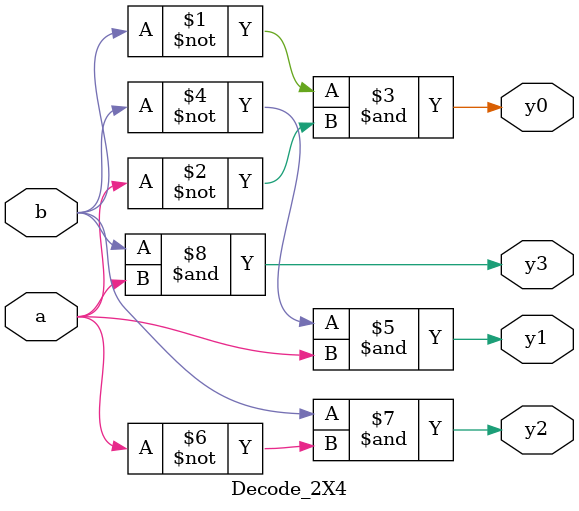
<source format=v>
`timescale 1ns / 1ps

//////////////////////////////////////////////////////////////////////////////////


module Decode_2X4(
    input a,
    input b,
    output y0,
    output y1,
    output y2,
    output y3
    );
assign y0=(~b)&(~a);
assign y1=(~b)&(a);
assign y2=(b)&(~a);
assign y3=(b)&(a);
endmodule

</source>
